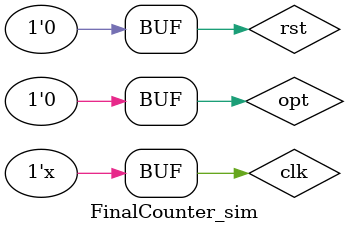
<source format=v>
`timescale 1ns / 1ps


module FinalCounter_sim();
    reg opt;
    reg clk;
    reg rst;
    wire[7:0] dis;
    FinalCounter test(
        .opt(opt),
        .clk(clk),
        .rst(rst),
        .dis(dis)
    );
    initial
    begin
        clk = 0;
        rst = 0;
        opt = 0;
    end
    always #20 clk = ~clk;
endmodule

</source>
